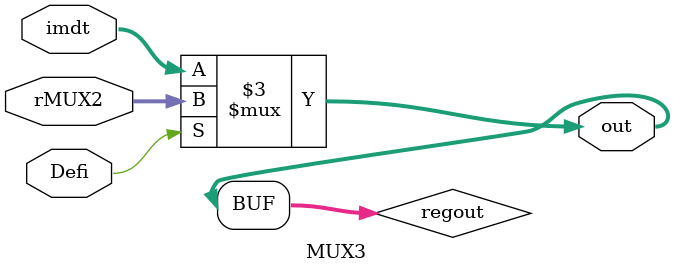
<source format=v>
module MUX3 (
  input wire [7:0] imdt,
  input wire [7:0] rMUX2,
  output wire [7:0] out,
  input Defi
);
  reg [7:0] regout;
  
  
  always @(imdt or rMUX2 or Defi)
    begin
        regout = imdt;
        if (Defi) begin
            regout = rMUX2;
        end 
    end
  assign out = regout;
endmodule
</source>
